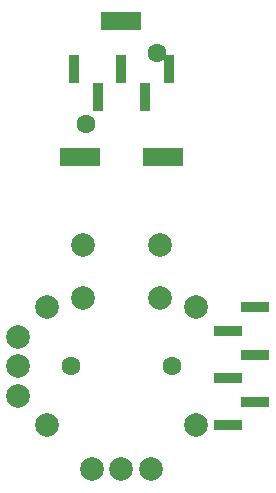
<source format=gbr>
%TF.GenerationSoftware,KiCad,Pcbnew,6.0.1-79c1e3a40b~116~ubuntu20.04.1*%
%TF.CreationDate,2022-02-08T16:17:55-05:00*%
%TF.ProjectId,gameKey-PCB-ThumbCluster,67616d65-4b65-4792-9d50-43422d546875,rev?*%
%TF.SameCoordinates,Original*%
%TF.FileFunction,Soldermask,Bot*%
%TF.FilePolarity,Negative*%
%FSLAX46Y46*%
G04 Gerber Fmt 4.6, Leading zero omitted, Abs format (unit mm)*
G04 Created by KiCad (PCBNEW 6.0.1-79c1e3a40b~116~ubuntu20.04.1) date 2022-02-08 16:17:55*
%MOMM*%
%LPD*%
G01*
G04 APERTURE LIST*
%ADD10R,3.500000X1.500000*%
%ADD11C,1.600000*%
%ADD12C,2.000000*%
%ADD13R,0.850000X2.350000*%
%ADD14R,2.350000X0.850000*%
G04 APERTURE END LIST*
D10*
%TO.C,NS1*%
X3500000Y17750000D03*
D11*
X3000000Y26500000D03*
D10*
X-3500000Y17750000D03*
X0Y29250000D03*
D11*
X-3000000Y20500000D03*
%TD*%
%TO.C,JS0*%
X-4300000Y0D03*
D12*
X6325000Y-5000000D03*
X-6325000Y-5000000D03*
X-6325000Y5000000D03*
X6325000Y5000000D03*
D11*
X4300000Y0D03*
D12*
X-2500000Y-8730000D03*
X-8730000Y2500000D03*
X2500000Y-8730000D03*
X-8730000Y-2500000D03*
X-8730000Y0D03*
X0Y-8730000D03*
X3250000Y5750000D03*
X-3250000Y5750000D03*
X3250000Y10250000D03*
X-3250000Y10250000D03*
%TD*%
D13*
%TO.C,J1*%
X-4000000Y25175000D03*
X-2000000Y22825000D03*
X0Y25175000D03*
X2000000Y22825000D03*
X4000000Y25175000D03*
%TD*%
D14*
%TO.C,J0*%
X11335000Y5000000D03*
X8985000Y3000000D03*
X11335000Y1000000D03*
X8985000Y-1000000D03*
X11335000Y-3000000D03*
X8985000Y-5000000D03*
%TD*%
M02*

</source>
